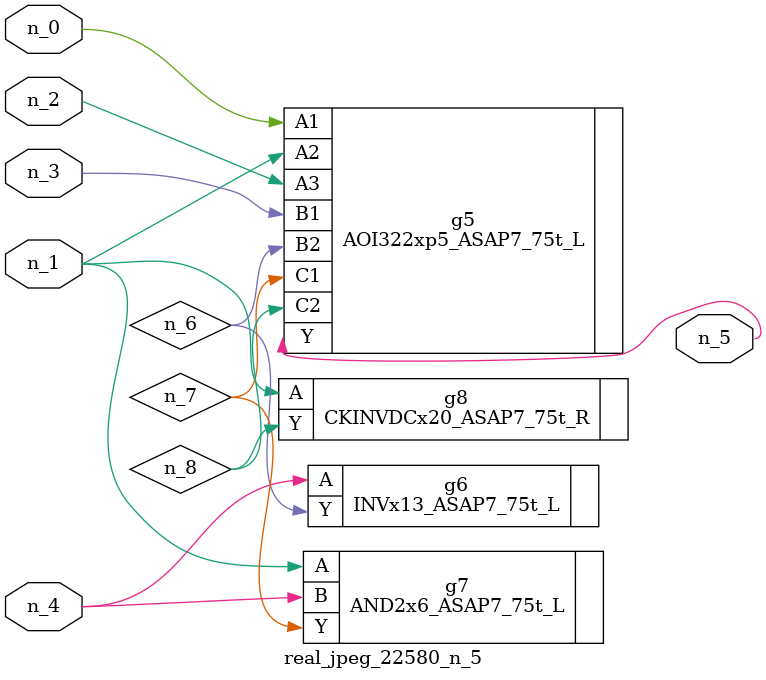
<source format=v>
module real_jpeg_22580_n_5 (n_4, n_0, n_1, n_2, n_3, n_5);

input n_4;
input n_0;
input n_1;
input n_2;
input n_3;

output n_5;

wire n_8;
wire n_6;
wire n_7;

AOI322xp5_ASAP7_75t_L g5 ( 
.A1(n_0),
.A2(n_1),
.A3(n_2),
.B1(n_3),
.B2(n_6),
.C1(n_7),
.C2(n_8),
.Y(n_5)
);

AND2x6_ASAP7_75t_L g7 ( 
.A(n_1),
.B(n_4),
.Y(n_7)
);

CKINVDCx20_ASAP7_75t_R g8 ( 
.A(n_1),
.Y(n_8)
);

INVx13_ASAP7_75t_L g6 ( 
.A(n_4),
.Y(n_6)
);


endmodule
</source>
